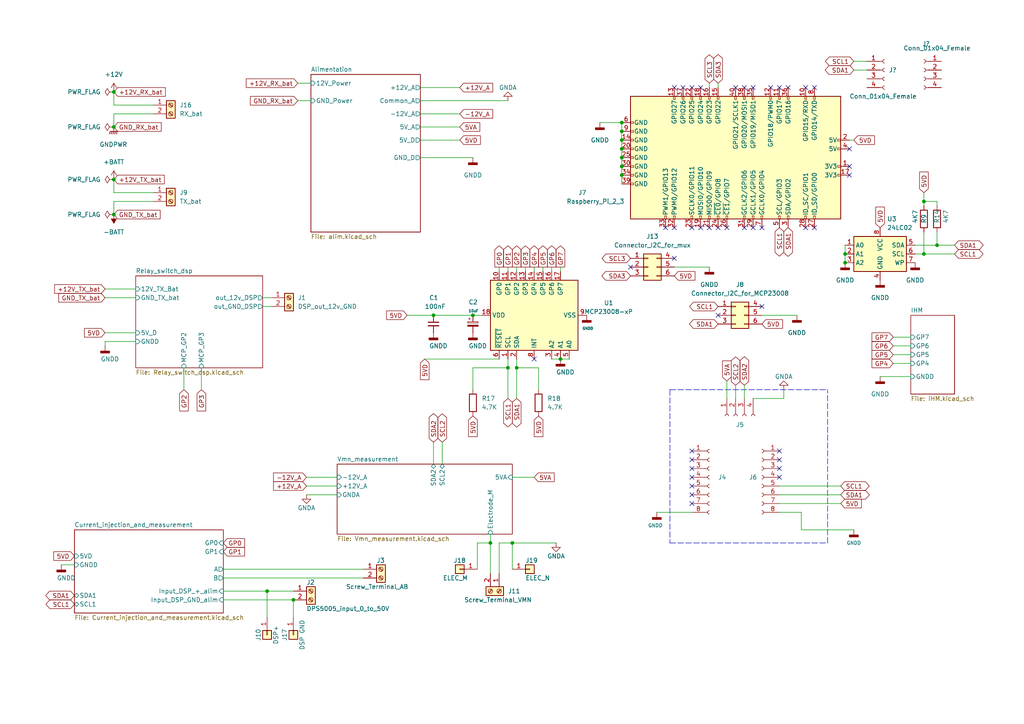
<source format=kicad_sch>
(kicad_sch (version 20211123) (generator eeschema)
  (paper "A4")
  (title_block (title "Ohmpi_measurement_board") (company "OhmPi team"))
  (lib_symbols
    (symbol "Connector:Conn_01x04_Female" (pin_names (offset 1.016) hide)
      (property "Reference" "J" (at 0 5.08 0))
      (property "Value" "Conn_01x04_Female" (at 0 -7.62 0))
      (symbol "Conn_01x04_Female_1_1"
        (arc (start 0 -4.572) (mid -0.508 -5.08) (end 0 -5.588) (stroke (width 0.1524)))
        (arc (start 0 -2.032) (mid -0.508 -2.54) (end 0 -3.048) (stroke (width 0.1524)))
        (polyline (pts (xy -1.27 -5.08) (xy -0.508 -5.08)) (stroke (width 0.1524)))
        (polyline (pts (xy -1.27 -2.54) (xy -0.508 -2.54)) (stroke (width 0.1524)))
        (polyline (pts (xy -1.27 0) (xy -0.508 0)) (stroke (width 0.1524)))
        (polyline (pts (xy -1.27 2.54) (xy -0.508 2.54)) (stroke (width 0.1524)))
        (arc (start 0 0.508) (mid -0.508 0) (end 0 -0.508) (stroke (width 0.1524)))
        (arc (start 0 3.048) (mid -0.508 2.54) (end 0 2.032) (stroke (width 0.1524)))
        (pin passive line (at -5.08 2.54 0) (length 3.81) (name "Pin_1") (number "1"))
        (pin passive line (at -5.08 0 0) (length 3.81) (name "Pin_2") (number "2"))
        (pin passive line (at -5.08 -2.54 0) (length 3.81) (name "Pin_3") (number "3"))
        (pin passive line (at -5.08 -5.08 0) (length 3.81) (name "Pin_4") (number "4"))
      )
    )
    (symbol "Connector:Conn_01x08_Female" (pin_names (offset 1.016) hide)
      (property "Reference" "J" (at 0 10.16 0))
      (property "Value" "Conn_01x08_Female" (at 0 -12.7 0))
      (symbol "Conn_01x08_Female_1_1"
        (arc (start 0 -9.652) (mid -0.508 -10.16) (end 0 -10.668) (stroke (width 0.1524)))
        (arc (start 0 -7.112) (mid -0.508 -7.62) (end 0 -8.128) (stroke (width 0.1524)))
        (arc (start 0 -4.572) (mid -0.508 -5.08) (end 0 -5.588) (stroke (width 0.1524)))
        (arc (start 0 -2.032) (mid -0.508 -2.54) (end 0 -3.048) (stroke (width 0.1524)))
        (polyline (pts (xy -1.27 -10.16) (xy -0.508 -10.16)) (stroke (width 0.1524)))
        (polyline (pts (xy -1.27 -7.62) (xy -0.508 -7.62)) (stroke (width 0.1524)))
        (polyline (pts (xy -1.27 -5.08) (xy -0.508 -5.08)) (stroke (width 0.1524)))
        (polyline (pts (xy -1.27 -2.54) (xy -0.508 -2.54)) (stroke (width 0.1524)))
        (polyline (pts (xy -1.27 0) (xy -0.508 0)) (stroke (width 0.1524)))
        (polyline (pts (xy -1.27 2.54) (xy -0.508 2.54)) (stroke (width 0.1524)))
        (polyline (pts (xy -1.27 5.08) (xy -0.508 5.08)) (stroke (width 0.1524)))
        (polyline (pts (xy -1.27 7.62) (xy -0.508 7.62)) (stroke (width 0.1524)))
        (arc (start 0 0.508) (mid -0.508 0) (end 0 -0.508) (stroke (width 0.1524)))
        (arc (start 0 3.048) (mid -0.508 2.54) (end 0 2.032) (stroke (width 0.1524)))
        (arc (start 0 5.588) (mid -0.508 5.08) (end 0 4.572) (stroke (width 0.1524)))
        (arc (start 0 8.128) (mid -0.508 7.62) (end 0 7.112) (stroke (width 0.1524)))
        (pin passive line (at -5.08 7.62 0) (length 3.81) (name "Pin_1") (number "1"))
        (pin passive line (at -5.08 5.08 0) (length 3.81) (name "Pin_2") (number "2"))
        (pin passive line (at -5.08 2.54 0) (length 3.81) (name "Pin_3") (number "3"))
        (pin passive line (at -5.08 0 0) (length 3.81) (name "Pin_4") (number "4"))
        (pin passive line (at -5.08 -2.54 0) (length 3.81) (name "Pin_5") (number "5"))
        (pin passive line (at -5.08 -5.08 0) (length 3.81) (name "Pin_6") (number "6"))
        (pin passive line (at -5.08 -7.62 0) (length 3.81) (name "Pin_7") (number "7"))
        (pin passive line (at -5.08 -10.16 0) (length 3.81) (name "Pin_8") (number "8"))
      )
    )
    (symbol "Connector:Raspberry_Pi_2_3" (pin_names (offset 1.016))
      (property "Reference" "J" (at -17.78 31.75 0))
      (property "Value" "Raspberry_Pi_2_3" (at 10.16 -31.75 0))
      (symbol "Raspberry_Pi_2_3_0_1"
        (rectangle (start -17.78 30.48) (end 17.78 -30.48) (stroke (width 0.254)) (fill (type background)))
      )
      (symbol "Raspberry_Pi_2_3_1_1"
        (rectangle (start -16.891 -17.526) (end -17.78 -18.034))
        (rectangle (start -16.891 -14.986) (end -17.78 -15.494))
        (rectangle (start -16.891 -12.446) (end -17.78 -12.954))
        (rectangle (start -16.891 -9.906) (end -17.78 -10.414))
        (rectangle (start -16.891 -7.366) (end -17.78 -7.874))
        (rectangle (start -16.891 -4.826) (end -17.78 -5.334))
        (rectangle (start -16.891 0.254) (end -17.78 -0.254))
        (rectangle (start -16.891 2.794) (end -17.78 2.286))
        (rectangle (start -16.891 5.334) (end -17.78 4.826))
        (rectangle (start -16.891 10.414) (end -17.78 9.906))
        (rectangle (start -16.891 12.954) (end -17.78 12.446))
        (rectangle (start -16.891 15.494) (end -17.78 14.986))
        (rectangle (start -16.891 20.574) (end -17.78 20.066))
        (rectangle (start -16.891 23.114) (end -17.78 22.606))
        (rectangle (start -10.414 -29.591) (end -9.906 -30.48))
        (rectangle (start -7.874 -29.591) (end -7.366 -30.48))
        (rectangle (start -5.334 -29.591) (end -4.826 -30.48))
        (rectangle (start -5.334 30.48) (end -4.826 29.591))
        (rectangle (start -2.794 -29.591) (end -2.286 -30.48))
        (rectangle (start -2.794 30.48) (end -2.286 29.591))
        (rectangle (start -0.254 -29.591) (end 0.254 -30.48))
        (rectangle (start 2.286 -29.591) (end 2.794 -30.48))
        (rectangle (start 2.286 30.48) (end 2.794 29.591))
        (rectangle (start 4.826 -29.591) (end 5.334 -30.48))
        (rectangle (start 4.826 30.48) (end 5.334 29.591))
        (rectangle (start 7.366 -29.591) (end 7.874 -30.48))
        (rectangle (start 17.78 -20.066) (end 16.891 -20.574))
        (rectangle (start 17.78 -17.526) (end 16.891 -18.034))
        (rectangle (start 17.78 -12.446) (end 16.891 -12.954))
        (rectangle (start 17.78 -9.906) (end 16.891 -10.414))
        (rectangle (start 17.78 -7.366) (end 16.891 -7.874))
        (rectangle (start 17.78 -4.826) (end 16.891 -5.334))
        (rectangle (start 17.78 -2.286) (end 16.891 -2.794))
        (rectangle (start 17.78 2.794) (end 16.891 2.286))
        (rectangle (start 17.78 5.334) (end 16.891 4.826))
        (rectangle (start 17.78 7.874) (end 16.891 7.366))
        (rectangle (start 17.78 12.954) (end 16.891 12.446))
        (rectangle (start 17.78 15.494) (end 16.891 14.986))
        (rectangle (start 17.78 20.574) (end 16.891 20.066))
        (rectangle (start 17.78 23.114) (end 16.891 22.606))
        (pin power_in line (at 2.54 33.02 270) (length 2.54) (name "3V3") (number "1"))
        (pin bidirectional line (at -20.32 20.32 0) (length 2.54) (name "GPIO15/RXD") (number "10"))
        (pin bidirectional line (at -20.32 12.7 0) (length 2.54) (name "GPIO17") (number "11"))
        (pin bidirectional line (at -20.32 10.16 0) (length 2.54) (name "GPIO18/PWM0") (number "12"))
        (pin bidirectional line (at -20.32 -17.78 0) (length 2.54) (name "GPIO27") (number "13"))
        (pin power_in line (at -5.08 -33.02 90) (length 2.54) (name "GND") (number "14"))
        (pin bidirectional line (at -20.32 -5.08 0) (length 2.54) (name "GPIO22") (number "15"))
        (pin bidirectional line (at -20.32 -7.62 0) (length 2.54) (name "GPIO23") (number "16"))
        (pin power_in line (at 5.08 33.02 270) (length 2.54) (name "3V3") (number "17"))
        (pin bidirectional line (at -20.32 -10.16 0) (length 2.54) (name "GPIO24") (number "18"))
        (pin bidirectional line (at 20.32 -10.16 180) (length 2.54) (name "MOSI0/GPIO10") (number "19"))
        (pin power_in line (at -5.08 33.02 270) (length 2.54) (name "5V") (number "2"))
        (pin power_in line (at -2.54 -33.02 90) (length 2.54) (name "GND") (number "20"))
        (pin bidirectional line (at 20.32 -7.62 180) (length 2.54) (name "MISO0/GPIO9") (number "21"))
        (pin bidirectional line (at -20.32 -12.7 0) (length 2.54) (name "GPIO25") (number "22"))
        (pin bidirectional line (at 20.32 -12.7 180) (length 2.54) (name "SCLK0/GPIO11") (number "23"))
        (pin bidirectional line (at 20.32 -5.08 180) (length 2.54) (name "~{CE0}/GPIO8") (number "24"))
        (pin power_in line (at 0 -33.02 90) (length 2.54) (name "GND") (number "25"))
        (pin bidirectional line (at 20.32 -2.54 180) (length 2.54) (name "~{CE1}/GPIO7") (number "26"))
        (pin bidirectional line (at 20.32 22.86 180) (length 2.54) (name "ID_SD/GPIO0") (number "27"))
        (pin bidirectional line (at 20.32 20.32 180) (length 2.54) (name "ID_SC/GPIO1") (number "28"))
        (pin bidirectional line (at 20.32 5.08 180) (length 2.54) (name "GCLK1/GPIO5") (number "29"))
        (pin bidirectional line (at 20.32 15.24 180) (length 2.54) (name "SDA/GPIO2") (number "3"))
        (pin power_in line (at 2.54 -33.02 90) (length 2.54) (name "GND") (number "30"))
        (pin bidirectional line (at 20.32 2.54 180) (length 2.54) (name "GCLK2/GPIO6") (number "31"))
        (pin bidirectional line (at 20.32 -17.78 180) (length 2.54) (name "PWM0/GPIO12") (number "32"))
        (pin bidirectional line (at 20.32 -20.32 180) (length 2.54) (name "PWM1/GPIO13") (number "33"))
        (pin power_in line (at 5.08 -33.02 90) (length 2.54) (name "GND") (number "34"))
        (pin bidirectional line (at -20.32 5.08 0) (length 2.54) (name "GPIO19/MISO1") (number "35"))
        (pin bidirectional line (at -20.32 15.24 0) (length 2.54) (name "GPIO16") (number "36"))
        (pin bidirectional line (at -20.32 -15.24 0) (length 2.54) (name "GPIO26") (number "37"))
        (pin bidirectional line (at -20.32 2.54 0) (length 2.54) (name "GPIO20/MOSI1") (number "38"))
        (pin power_in line (at 7.62 -33.02 90) (length 2.54) (name "GND") (number "39"))
        (pin power_in line (at -2.54 33.02 270) (length 2.54) (name "5V") (number "4"))
        (pin bidirectional line (at -20.32 0 0) (length 2.54) (name "GPIO21/SCLK1") (number "40"))
        (pin bidirectional line (at 20.32 12.7 180) (length 2.54) (name "SCL/GPIO3") (number "5"))
        (pin power_in line (at -10.16 -33.02 90) (length 2.54) (name "GND") (number "6"))
        (pin bidirectional line (at 20.32 7.62 180) (length 2.54) (name "GCLK0/GPIO4") (number "7"))
        (pin bidirectional line (at -20.32 22.86 0) (length 2.54) (name "GPIO14/TXD") (number "8"))
        (pin power_in line (at -7.62 -33.02 90) (length 2.54) (name "GND") (number "9"))
      )
    )
    (symbol "Connector:Screw_Terminal_01x02" (pin_names (offset 1.016) hide)
      (property "Reference" "J" (at 0 2.54 0))
      (property "Value" "Screw_Terminal_01x02" (at 0 -5.08 0))
      (symbol "Screw_Terminal_01x02_1_1"
        (rectangle (start -1.27 1.27) (end 1.27 -3.81) (stroke (width 0.254)) (fill (type background)))
        (circle (center 0 -2.54) (radius 0.635) (stroke (width 0.1524)))
        (polyline (pts (xy -0.5334 -2.2098) (xy 0.3302 -3.048)) (stroke (width 0.1524)))
        (polyline (pts (xy -0.5334 0.3302) (xy 0.3302 -0.508)) (stroke (width 0.1524)))
        (polyline (pts (xy -0.3556 -2.032) (xy 0.508 -2.8702)) (stroke (width 0.1524)))
        (polyline (pts (xy -0.3556 0.508) (xy 0.508 -0.3302)) (stroke (width 0.1524)))
        (circle (center 0 0) (radius 0.635) (stroke (width 0.1524)))
        (pin passive line (at -5.08 0 0) (length 3.81) (name "Pin_1") (number "1"))
        (pin passive line (at -5.08 -2.54 0) (length 3.81) (name "Pin_2") (number "2"))
      )
    )
    (symbol "Connector_Generic:Conn_01x01" (pin_names (offset 1.016) hide)
      (property "Reference" "J" (at 0 2.54 0))
      (property "Value" "Conn_01x01" (at 0 -2.54 0))
      (symbol "Conn_01x01_1_1"
        (rectangle (start -1.27 0.127) (end 0 -0.127) (stroke (width 0.1524)))
        (rectangle (start -1.27 1.27) (end 1.27 -1.27) (stroke (width 0.254)) (fill (type background)))
        (pin passive line (at -5.08 0 0) (length 3.81) (name "Pin_1") (number "1"))
      )
    )
    (symbol "Connector_Generic:Conn_02x03_Top_Bottom" (pin_names (offset 1.016) hide)
      (property "Reference" "J" (at 1.27 5.08 0))
      (property "Value" "Conn_02x03_Top_Bottom" (at 1.27 -5.08 0))
      (symbol "Conn_02x03_Top_Bottom_1_1"
        (rectangle (start -1.27 -2.413) (end 0 -2.667) (stroke (width 0.1524)))
        (rectangle (start -1.27 0.127) (end 0 -0.127) (stroke (width 0.1524)))
        (rectangle (start -1.27 2.667) (end 0 2.413) (stroke (width 0.1524)))
        (rectangle (start -1.27 3.81) (end 3.81 -3.81) (stroke (width 0.254)) (fill (type background)))
        (rectangle (start 3.81 -2.413) (end 2.54 -2.667) (stroke (width 0.1524)))
        (rectangle (start 3.81 0.127) (end 2.54 -0.127) (stroke (width 0.1524)))
        (rectangle (start 3.81 2.667) (end 2.54 2.413) (stroke (width 0.1524)))
        (pin passive line (at -5.08 2.54 0) (length 3.81) (name "Pin_1") (number "1"))
        (pin passive line (at -5.08 0 0) (length 3.81) (name "Pin_2") (number "2"))
        (pin passive line (at -5.08 -2.54 0) (length 3.81) (name "Pin_3") (number "3"))
        (pin passive line (at 7.62 2.54 180) (length 3.81) (name "Pin_4") (number "4"))
        (pin passive line (at 7.62 0 180) (length 3.81) (name "Pin_5") (number "5"))
        (pin passive line (at 7.62 -2.54 180) (length 3.81) (name "Pin_6") (number "6"))
      )
    )
    (symbol "Device:C_Polarized_Small" (pin_numbers hide) (pin_names (offset 0.254) hide)
      (property "Reference" "C" (at 0.254 1.778 0))
      (property "Value" "C_Polarized_Small" (at 0.254 -2.032 0))
      (symbol "C_Polarized_Small_0_1"
        (rectangle (start -1.524 -0.3048) (end 1.524 -0.6858) (fill (type outline)))
        (rectangle (start -1.524 0.6858) (end 1.524 0.3048))
        (polyline (pts (xy -1.27 1.524) (xy -0.762 1.524)))
        (polyline (pts (xy -1.016 1.27) (xy -1.016 1.778)))
      )
      (symbol "C_Polarized_Small_1_1"
        (pin passive line (at 0 2.54 270) (length 1.8542) (name "~") (number "1"))
        (pin passive line (at 0 -2.54 90) (length 1.8542) (name "~") (number "2"))
      )
    )
    (symbol "Device:C_Small" (pin_numbers hide) (pin_names (offset 0.254) hide)
      (property "Reference" "C" (at 0.254 1.778 0))
      (property "Value" "C_Small" (at 0.254 -2.032 0))
      (symbol "C_Small_0_1"
        (polyline (pts (xy -1.524 -0.508) (xy 1.524 -0.508)) (stroke (width 0.3302)))
        (polyline (pts (xy -1.524 0.508) (xy 1.524 0.508)) (stroke (width 0.3048)))
      )
      (symbol "C_Small_1_1"
        (pin passive line (at 0 2.54 270) (length 2.032) (name "~") (number "1"))
        (pin passive line (at 0 -2.54 90) (length 2.032) (name "~") (number "2"))
      )
    )
    (symbol "Device:R" (pin_numbers hide) (pin_names (offset 0))
      (property "Reference" "R" (at 2.032 0 90))
      (property "Value" "R" (at 0 0 90))
      (symbol "R_0_1"
        (rectangle (start -1.016 -2.54) (end 1.016 2.54) (stroke (width 0.254)))
      )
      (symbol "R_1_1"
        (pin passive line (at 0 3.81 270) (length 1.27) (name "~") (number "1"))
        (pin passive line (at 0 -3.81 90) (length 1.27) (name "~") (number "2"))
      )
    )
    (symbol "Interface_Expansion:MCP23008-xP"
      (property "Reference" "U" (at -8.89 13.97 0))
      (property "Value" "MCP23008-xP" (at 8.89 13.97 0))
      (symbol "MCP23008-xP_0_1"
        (rectangle (start -10.16 12.7) (end 10.16 -12.7) (stroke (width 0.254)) (fill (type background)))
      )
      (symbol "MCP23008-xP_1_1"
        (pin input line (at -12.7 7.62 0) (length 2.54) (name "SCL") (number "1"))
        (pin bidirectional line (at 12.7 10.16 180) (length 2.54) (name "GP0") (number "10"))
        (pin bidirectional line (at 12.7 7.62 180) (length 2.54) (name "GP1") (number "11"))
        (pin bidirectional line (at 12.7 5.08 180) (length 2.54) (name "GP2") (number "12"))
        (pin bidirectional line (at 12.7 2.54 180) (length 2.54) (name "GP3") (number "13"))
        (pin bidirectional line (at 12.7 0 180) (length 2.54) (name "GP4") (number "14"))
        (pin bidirectional line (at 12.7 -2.54 180) (length 2.54) (name "GP5") (number "15"))
        (pin bidirectional line (at 12.7 -5.08 180) (length 2.54) (name "GP6") (number "16"))
        (pin bidirectional line (at 12.7 -7.62 180) (length 2.54) (name "GP7") (number "17"))
        (pin power_in line (at 0 15.24 270) (length 2.54) (name "VDD") (number "18"))
        (pin bidirectional line (at -12.7 5.08 0) (length 2.54) (name "SDA") (number "2"))
        (pin input line (at -12.7 -5.08 0) (length 2.54) (name "A2") (number "3"))
        (pin input line (at -12.7 -7.62 0) (length 2.54) (name "A1") (number "4"))
        (pin input line (at -12.7 -10.16 0) (length 2.54) (name "A0") (number "5"))
        (pin input line (at -12.7 10.16 0) (length 2.54) (name "~{RESET}") (number "6"))
        (pin no_connect line (at -10.16 -2.54 0) (length 2.54) hide (name "NC") (number "7"))
        (pin output line (at -12.7 0 0) (length 2.54) (name "INT") (number "8"))
        (pin power_in line (at 0 -15.24 90) (length 2.54) (name "VSS") (number "9"))
      )
    )
    (symbol "Memory_EEPROM:24LC02"
      (property "Reference" "U" (at -6.35 6.35 0))
      (property "Value" "24LC02" (at 1.27 6.35 0))
      (symbol "24LC02_1_1"
        (rectangle (start -7.62 5.08) (end 7.62 -5.08) (stroke (width 0.254)) (fill (type background)))
        (pin input line (at -10.16 2.54 0) (length 2.54) (name "A0") (number "1"))
        (pin input line (at -10.16 0 0) (length 2.54) (name "A1") (number "2"))
        (pin input line (at -10.16 -2.54 0) (length 2.54) (name "A2") (number "3"))
        (pin power_in line (at 0 -7.62 90) (length 2.54) (name "GND") (number "4"))
        (pin bidirectional line (at 10.16 2.54 180) (length 2.54) (name "SDA") (number "5"))
        (pin input line (at 10.16 0 180) (length 2.54) (name "SCL") (number "6"))
        (pin input line (at 10.16 -2.54 180) (length 2.54) (name "WP") (number "7"))
        (pin power_in line (at 0 7.62 270) (length 2.54) (name "VCC") (number "8"))
      )
    )
    (symbol "power:+12V" (power) (pin_names (offset 0))
      (property "Value" "+12V" (at 0 3.556 0))
      (symbol "+12V_0_1"
        (polyline (pts (xy -0.762 1.27) (xy 0 2.54)))
        (polyline (pts (xy 0 0) (xy 0 2.54)))
        (polyline (pts (xy 0 2.54) (xy 0.762 1.27)))
      )
      (symbol "+12V_1_1"
        (pin power_in line (at 0 0 90) (length 0) hide (name "+12V") (number "1"))
      )
    )
    (symbol "power:+BATT" (power) (pin_names (offset 0))
      (property "Value" "+BATT" (at 0 3.556 0))
      (symbol "+BATT_0_1"
        (polyline (pts (xy -0.762 1.27) (xy 0 2.54)))
        (polyline (pts (xy 0 0) (xy 0 2.54)))
        (polyline (pts (xy 0 2.54) (xy 0.762 1.27)))
      )
      (symbol "+BATT_1_1"
        (pin power_in line (at 0 0 90) (length 0) hide (name "+BATT") (number "1"))
      )
    )
    (symbol "power:-BATT" (power) (pin_names (offset 0))
      (property "Value" "-BATT" (at 0 3.556 0))
      (symbol "-BATT_0_1"
        (polyline (pts (xy 0 0) (xy 0 2.54)))
        (polyline (pts (xy 0.762 1.27) (xy -0.762 1.27) (xy 0 2.54) (xy 0.762 1.27)) (fill (type outline)))
      )
      (symbol "-BATT_1_1"
        (pin power_in line (at 0 0 90) (length 0) hide (name "-BATT") (number "1"))
      )
    )
    (symbol "power:GNDA" (power) (pin_names (offset 0))
      (property "Value" "GNDA" (at 0 -3.81 0))
      (symbol "GNDA_0_1"
        (polyline (pts (xy 0 0) (xy 0 -1.27) (xy 1.27 -1.27) (xy 0 -2.54) (xy -1.27 -1.27) (xy 0 -1.27)))
      )
      (symbol "GNDA_1_1"
        (pin power_in line (at 0 0 270) (length 0) hide (name "GNDA") (number "1"))
      )
    )
    (symbol "power:GNDD" (power) (pin_names (offset 0))
      (property "Value" "GNDD" (at 0 -3.175 0))
      (symbol "GNDD_0_1"
        (rectangle (start -1.27 -1.524) (end 1.27 -2.032) (stroke (width 0.254)) (fill (type outline)))
        (polyline (pts (xy 0 0) (xy 0 -1.524)))
      )
      (symbol "GNDD_1_1"
        (pin power_in line (at 0 0 270) (length 0) hide (name "GNDD") (number "1"))
      )
    )
    (symbol "power:GNDPWR" (power) (pin_names (offset 0))
      (property "Value" "GNDPWR" (at 0 -3.302 0))
      (symbol "GNDPWR_0_1"
        (polyline (pts (xy 0 -1.27) (xy 0 0)))
        (polyline (pts (xy -1.016 -1.27) (xy -1.27 -2.032) (xy -1.27 -2.032)) (stroke (width 0.2032)))
        (polyline (pts (xy -0.508 -1.27) (xy -0.762 -2.032) (xy -0.762 -2.032)) (stroke (width 0.2032)))
        (polyline (pts (xy 0 -1.27) (xy -0.254 -2.032) (xy -0.254 -2.032)) (stroke (width 0.2032)))
        (polyline (pts (xy 0.508 -1.27) (xy 0.254 -2.032) (xy 0.254 -2.032)) (stroke (width 0.2032)))
        (polyline (pts (xy 1.016 -1.27) (xy -1.016 -1.27) (xy -1.016 -1.27)) (stroke (width 0.2032)))
        (polyline (pts (xy 1.016 -1.27) (xy 0.762 -2.032) (xy 0.762 -2.032) (xy 0.762 -2.032)) (stroke (width 0.2032)))
      )
      (symbol "GNDPWR_1_1"
        (pin power_in line (at 0 0 270) (length 0) hide (name "GNDPWR") (number "1"))
      )
    )
    (symbol "power:PWR_FLAG" (power) (pin_numbers hide) (pin_names (offset 0) hide)
      (property "Value" "PWR_FLAG" (at 0 3.81 0))
      (symbol "PWR_FLAG_0_0"
        (pin power_out line (at 0 0 90) (length 0) (name "pwr") (number "1"))
      )
      (symbol "PWR_FLAG_0_1"
        (polyline (pts (xy 0 0) (xy 0 1.27) (xy -1.016 1.905) (xy 0 2.54) (xy 1.016 1.905) (xy 0 1.27)))
      )
    )
  )
  (junction (at 180.34 45.72))
  (junction (at 149.86 106.68))
  (junction (at 271.78 71.12))
  (junction (at 85.09 173.99))
  (junction (at 125.73 91.44))
  (junction (at 245.11 76.2))
  (junction (at 148.59 157.48))
  (junction (at 180.34 40.64))
  (junction (at 137.16 91.44))
  (junction (at 33.02 52.07))
  (junction (at 180.34 38.1))
  (junction (at 245.11 73.66))
  (junction (at 33.02 36.83))
  (junction (at 180.34 48.26))
  (junction (at 162.56 104.14))
  (junction (at 33.02 26.67))
  (junction (at 267.97 58.42))
  (junction (at 77.47 171.45))
  (junction (at 267.97 73.66))
  (junction (at 180.34 50.8))
  (junction (at 180.34 35.56))
  (junction (at 33.02 62.23))
  (junction (at 180.34 43.18))
  (junction (at 142.24 157.48))
  (junction (at 147.32 106.68))
  (no_connect (at 200.66 140.97))
  (no_connect (at 200.66 135.89))
  (no_connect (at 200.66 138.43))
  (no_connect (at 200.66 130.81))
  (no_connect (at 200.66 133.35))
  (no_connect (at 200.66 143.51))
  (no_connect (at 200.66 146.05))
  (no_connect (at 154.94 104.14))
  (no_connect (at 246.38 48.26))
  (no_connect (at 246.38 50.8))
  (no_connect (at 246.38 43.18))
  (no_connect (at 182.88 77.47))
  (no_connect (at 195.58 74.93))
  (no_connect (at 220.98 88.9))
  (no_connect (at 208.28 91.44))
  (no_connect (at 226.06 138.43))
  (no_connect (at 226.06 130.81))
  (no_connect (at 226.06 133.35))
  (no_connect (at 226.06 135.89))
  (no_connect (at 223.52 25.4))
  (no_connect (at 226.06 25.4))
  (no_connect (at 228.6 25.4))
  (no_connect (at 233.68 25.4))
  (no_connect (at 236.22 25.4))
  (no_connect (at 195.58 25.4))
  (no_connect (at 198.12 25.4))
  (no_connect (at 200.66 25.4))
  (no_connect (at 203.2 25.4))
  (no_connect (at 213.36 25.4))
  (no_connect (at 215.9 25.4))
  (no_connect (at 218.44 25.4))
  (no_connect (at 233.68 66.04))
  (no_connect (at 236.22 66.04))
  (no_connect (at 210.82 66.04))
  (no_connect (at 215.9 66.04))
  (no_connect (at 218.44 66.04))
  (no_connect (at 220.98 66.04))
  (no_connect (at 200.66 66.04))
  (no_connect (at 203.2 66.04))
  (no_connect (at 205.74 66.04))
  (no_connect (at 208.28 66.04))
  (no_connect (at 195.58 66.04))
  (no_connect (at 193.04 66.04))
  (wire (pts (xy 271.78 71.12) (xy 265.43 71.12)))
  (wire (pts (xy 138.43 157.48) (xy 138.43 165.1)))
  (wire (pts (xy 44.45 58.42) (xy 33.02 58.42)))
  (wire (pts (xy 208.28 24.13) (xy 208.28 25.4)))
  (wire (pts (xy 33.02 55.88) (xy 33.02 52.07)))
  (wire (pts (xy 121.92 40.64) (xy 133.35 40.64)))
  (wire (pts (xy 276.86 73.66) (xy 267.97 73.66)))
  (wire (pts (xy 148.59 157.48) (xy 144.78 157.48)))
  (wire (pts (xy 147.32 106.68) (xy 147.32 104.14)))
  (wire (pts (xy 33.02 58.42) (xy 33.02 62.23)))
  (wire (pts (xy 53.34 106.68) (xy 53.34 113.03)))
  (wire (pts (xy 276.86 71.12) (xy 271.78 71.12)))
  (wire (pts (xy 44.45 30.48) (xy 33.02 30.48)))
  (polyline (pts (xy 194.31 157.48) (xy 240.03 157.48)))
  (wire (pts (xy 64.77 171.45) (xy 77.47 171.45)))
  (polyline (pts (xy 194.31 113.03) (xy 240.03 113.03)))
  (wire (pts (xy 30.48 99.06) (xy 30.48 100.33)))
  (wire (pts (xy 220.98 91.44) (xy 231.14 91.44)))
  (wire (pts (xy 245.11 73.66) (xy 245.11 76.2)))
  (wire (pts (xy 162.56 104.14) (xy 165.1 104.14)))
  (wire (pts (xy 247.65 153.67) (xy 232.41 153.67)))
  (wire (pts (xy 144.78 77.47) (xy 144.78 78.74)))
  (wire (pts (xy 88.9 138.43) (xy 97.79 138.43)))
  (wire (pts (xy 190.5 148.59) (xy 200.66 148.59)))
  (wire (pts (xy 180.34 50.8) (xy 180.34 53.34)))
  (wire (pts (xy 30.48 96.52) (xy 39.37 96.52)))
  (wire (pts (xy 267.97 58.42) (xy 271.78 58.42)))
  (wire (pts (xy 226.06 146.05) (xy 243.84 146.05)))
  (wire (pts (xy 33.02 30.48) (xy 33.02 26.67)))
  (wire (pts (xy 247.65 40.64) (xy 246.38 40.64)))
  (wire (pts (xy 271.78 67.31) (xy 271.78 71.12)))
  (wire (pts (xy 64.77 165.1) (xy 105.41 165.1)))
  (wire (pts (xy 121.92 36.83) (xy 133.35 36.83)))
  (wire (pts (xy 247.65 20.32) (xy 251.46 20.32)))
  (wire (pts (xy 86.36 24.13) (xy 90.17 24.13)))
  (polyline (pts (xy 240.03 157.48) (xy 240.03 113.03)))
  (wire (pts (xy 156.21 113.03) (xy 156.21 106.68)))
  (wire (pts (xy 160.02 77.47) (xy 160.02 78.74)))
  (wire (pts (xy 147.32 77.47) (xy 147.32 78.74)))
  (wire (pts (xy 271.78 58.42) (xy 271.78 59.69)))
  (wire (pts (xy 121.92 45.72) (xy 137.16 45.72)))
  (wire (pts (xy 77.47 171.45) (xy 77.47 179.07)))
  (wire (pts (xy 173.99 35.56) (xy 180.34 35.56)))
  (wire (pts (xy 118.11 91.44) (xy 125.73 91.44)))
  (wire (pts (xy 245.11 71.12) (xy 245.11 73.66)))
  (wire (pts (xy 259.08 102.87) (xy 264.16 102.87)))
  (wire (pts (xy 154.94 77.47) (xy 154.94 78.74)))
  (wire (pts (xy 39.37 99.06) (xy 30.48 99.06)))
  (wire (pts (xy 180.34 45.72) (xy 180.34 48.26)))
  (wire (pts (xy 137.16 106.68) (xy 147.32 106.68)))
  (wire (pts (xy 30.48 86.36) (xy 39.37 86.36)))
  (wire (pts (xy 226.06 140.97) (xy 243.84 140.97)))
  (wire (pts (xy 88.9 140.97) (xy 97.79 140.97)))
  (wire (pts (xy 157.48 77.47) (xy 157.48 78.74)))
  (wire (pts (xy 226.06 143.51) (xy 243.84 143.51)))
  (wire (pts (xy 85.09 173.99) (xy 85.09 179.07)))
  (wire (pts (xy 148.59 138.43) (xy 154.94 138.43)))
  (wire (pts (xy 30.48 83.82) (xy 39.37 83.82)))
  (wire (pts (xy 128.27 128.27) (xy 128.27 134.62)))
  (wire (pts (xy 121.92 25.4) (xy 133.35 25.4)))
  (wire (pts (xy 148.59 157.48) (xy 148.59 165.1)))
  (wire (pts (xy 180.34 35.56) (xy 180.34 38.1)))
  (wire (pts (xy 125.73 128.27) (xy 125.73 134.62)))
  (wire (pts (xy 213.36 111.76) (xy 213.36 115.57)))
  (wire (pts (xy 123.19 104.14) (xy 144.78 104.14)))
  (wire (pts (xy 64.77 173.99) (xy 85.09 173.99)))
  (wire (pts (xy 218.44 115.57) (xy 227.33 115.57)))
  (wire (pts (xy 147.32 115.57) (xy 147.32 106.68)))
  (wire (pts (xy 267.97 55.88) (xy 267.97 58.42)))
  (wire (pts (xy 267.97 67.31) (xy 267.97 73.66)))
  (wire (pts (xy 259.08 97.79) (xy 264.16 97.79)))
  (wire (pts (xy 121.92 29.21) (xy 147.32 29.21)))
  (wire (pts (xy 44.45 33.02) (xy 33.02 33.02)))
  (wire (pts (xy 180.34 38.1) (xy 180.34 40.64)))
  (wire (pts (xy 149.86 115.57) (xy 149.86 106.68)))
  (wire (pts (xy 259.08 100.33) (xy 264.16 100.33)))
  (wire (pts (xy 162.56 77.47) (xy 162.56 78.74)))
  (wire (pts (xy 76.2 88.9) (xy 78.74 88.9)))
  (wire (pts (xy 161.29 157.48) (xy 148.59 157.48)))
  (wire (pts (xy 64.77 167.64) (xy 105.41 167.64)))
  (wire (pts (xy 142.24 157.48) (xy 142.24 166.37)))
  (wire (pts (xy 137.16 113.03) (xy 137.16 106.68)))
  (wire (pts (xy 255.27 109.22) (xy 264.16 109.22)))
  (wire (pts (xy 267.97 73.66) (xy 265.43 73.66)))
  (wire (pts (xy 259.08 105.41) (xy 264.16 105.41)))
  (wire (pts (xy 210.82 110.49) (xy 210.82 115.57)))
  (wire (pts (xy 180.34 43.18) (xy 180.34 45.72)))
  (wire (pts (xy 226.06 148.59) (xy 232.41 148.59)))
  (wire (pts (xy 180.34 48.26) (xy 180.34 50.8)))
  (wire (pts (xy 44.45 55.88) (xy 33.02 55.88)))
  (wire (pts (xy 149.86 106.68) (xy 149.86 104.14)))
  (wire (pts (xy 86.36 29.21) (xy 90.17 29.21)))
  (wire (pts (xy 142.24 154.94) (xy 142.24 157.48)))
  (wire (pts (xy 77.47 171.45) (xy 85.09 171.45)))
  (wire (pts (xy 227.33 115.57) (xy 227.33 113.03)))
  (wire (pts (xy 144.78 157.48) (xy 144.78 166.37)))
  (wire (pts (xy 149.86 77.47) (xy 149.86 78.74)))
  (wire (pts (xy 137.16 91.44) (xy 139.7 91.44)))
  (wire (pts (xy 152.4 77.47) (xy 152.4 78.74)))
  (wire (pts (xy 180.34 40.64) (xy 180.34 43.18)))
  (wire (pts (xy 17.78 163.83) (xy 21.59 163.83)))
  (wire (pts (xy 267.97 59.69) (xy 267.97 58.42)))
  (wire (pts (xy 205.74 24.13) (xy 205.74 25.4)))
  (wire (pts (xy 125.73 91.44) (xy 137.16 91.44)))
  (wire (pts (xy 215.9 111.76) (xy 215.9 115.57)))
  (wire (pts (xy 160.02 104.14) (xy 162.56 104.14)))
  (wire (pts (xy 33.02 33.02) (xy 33.02 36.83)))
  (wire (pts (xy 247.65 17.78) (xy 251.46 17.78)))
  (wire (pts (xy 142.24 157.48) (xy 138.43 157.48)))
  (wire (pts (xy 121.92 33.02) (xy 133.35 33.02)))
  (wire (pts (xy 76.2 86.36) (xy 78.74 86.36)))
  (polyline (pts (xy 194.31 113.03) (xy 194.31 157.48)))
  (wire (pts (xy 195.58 77.47) (xy 205.74 77.47)))
  (wire (pts (xy 232.41 153.67) (xy 232.41 148.59)))
  (wire (pts (xy 58.42 106.68) (xy 58.42 113.03)))
  (wire (pts (xy 88.9 143.51) (xy 97.79 143.51)))
  (wire (pts (xy 156.21 106.68) (xy 149.86 106.68)))
  (global_label "GP7" (shape input) (at 259.08 97.79 180) (property "Intersheet References" "${INTERSHEET_REFS}" (effects hide)))
  (global_label "SCL1" (shape bidirectional) (at 21.59 175.26 180) (property "Intersheet References" "${INTERSHEET_REFS}" (effects hide)))
  (global_label "5VA" (shape input) (at 133.35 36.83 0) (property "Intersheet References" "${INTERSHEET_REFS}" (effects hide)))
  (global_label "SDA3" (shape bidirectional) (at 208.28 24.13 90) (property "Intersheet References" "${INTERSHEET_REFS}" (effects hide)))
  (global_label "5VA" (shape input) (at 210.82 110.49 90) (property "Intersheet References" "${INTERSHEET_REFS}" (effects hide)))
  (global_label "5VD" (shape input) (at 156.21 120.65 270) (property "Intersheet References" "${INTERSHEET_REFS}" (effects hide)))
  (global_label "GP4" (shape input) (at 259.08 105.41 180) (property "Intersheet References" "${INTERSHEET_REFS}" (effects hide)))
  (global_label "SDA1" (shape bidirectional) (at 149.86 115.57 270) (property "Intersheet References" "${INTERSHEET_REFS}" (effects hide)))
  (global_label "GND_RX_bat" (shape input) (at 33.02 36.83 0) (property "Intersheet References" "${INTERSHEET_REFS}" (effects hide)))
  (global_label "SCL2" (shape bidirectional) (at 213.36 111.76 90) (property "Intersheet References" "${INTERSHEET_REFS}" (effects hide)))
  (global_label "GP3" (shape input) (at 58.42 113.03 270) (property "Intersheet References" "${INTERSHEET_REFS}" (effects hide)))
  (global_label "-12V_A" (shape input) (at 133.35 33.02 0) (property "Intersheet References" "${INTERSHEET_REFS}" (effects hide)))
  (global_label "GND_TX_bat" (shape input) (at 33.02 62.23 0) (property "Intersheet References" "${INTERSHEET_REFS}" (effects hide)))
  (global_label "SCL2" (shape bidirectional) (at 128.27 128.27 90) (property "Intersheet References" "${INTERSHEET_REFS}" (effects hide)))
  (global_label "GND_RX_bat" (shape input) (at 86.36 29.21 180) (property "Intersheet References" "${INTERSHEET_REFS}" (effects hide)))
  (global_label "SDA1" (shape bidirectional) (at 21.59 172.72 180) (property "Intersheet References" "${INTERSHEET_REFS}" (effects hide)))
  (global_label "SDA1" (shape bidirectional) (at 228.6 66.04 270) (property "Intersheet References" "${INTERSHEET_REFS}" (effects hide)))
  (global_label "SDA2" (shape bidirectional) (at 215.9 111.76 90) (property "Intersheet References" "${INTERSHEET_REFS}" (effects hide)))
  (global_label "5VD" (shape input) (at 247.65 40.64 0) (property "Intersheet References" "${INTERSHEET_REFS}" (effects hide)))
  (global_label "GND_TX_bat" (shape input) (at 30.48 86.36 180) (property "Intersheet References" "${INTERSHEET_REFS}" (effects hide)))
  (global_label "5VD" (shape input) (at 220.98 93.98 0) (property "Intersheet References" "${INTERSHEET_REFS}" (effects hide)))
  (global_label "GP3" (shape output) (at 152.4 77.47 90) (property "Intersheet References" "${INTERSHEET_REFS}" (effects hide)))
  (global_label "5VD" (shape input) (at 30.48 96.52 180) (property "Intersheet References" "${INTERSHEET_REFS}" (effects hide)))
  (global_label "5VD" (shape input) (at 137.16 120.65 270) (property "Intersheet References" "${INTERSHEET_REFS}" (effects hide)))
  (global_label "GP1" (shape input) (at 64.77 160.02 0) (property "Intersheet References" "${INTERSHEET_REFS}" (effects hide)))
  (global_label "5VD" (shape input) (at 255.27 66.04 90) (property "Intersheet References" "${INTERSHEET_REFS}" (effects hide)))
  (global_label "+12V_TX_bat" (shape input) (at 33.02 52.07 0) (property "Intersheet References" "${INTERSHEET_REFS}" (effects hide)))
  (global_label "GP5" (shape output) (at 157.48 77.47 90) (property "Intersheet References" "${INTERSHEET_REFS}" (effects hide)))
  (global_label "5VD" (shape input) (at 243.84 146.05 0) (property "Intersheet References" "${INTERSHEET_REFS}" (effects hide)))
  (global_label "SCL1" (shape bidirectional) (at 226.06 66.04 270) (property "Intersheet References" "${INTERSHEET_REFS}" (effects hide)))
  (global_label "SCL1" (shape bidirectional) (at 208.28 88.9 180) (property "Intersheet References" "${INTERSHEET_REFS}" (effects hide)))
  (global_label "GP6" (shape input) (at 259.08 100.33 180) (property "Intersheet References" "${INTERSHEET_REFS}" (effects hide)))
  (global_label "GP2" (shape output) (at 149.86 77.47 90) (property "Intersheet References" "${INTERSHEET_REFS}" (effects hide)))
  (global_label "5VD" (shape input) (at 267.97 55.88 90) (property "Intersheet References" "${INTERSHEET_REFS}" (effects hide)))
  (global_label "GP7" (shape output) (at 162.56 77.47 90) (property "Intersheet References" "${INTERSHEET_REFS}" (effects hide)))
  (global_label "GP5" (shape input) (at 259.08 102.87 180) (property "Intersheet References" "${INTERSHEET_REFS}" (effects hide)))
  (global_label "SCL1" (shape bidirectional) (at 247.65 17.78 180) (property "Intersheet References" "${INTERSHEET_REFS}" (effects hide)))
  (global_label "GP0" (shape input) (at 64.77 157.48 0) (property "Intersheet References" "${INTERSHEET_REFS}" (effects hide)))
  (global_label "GP0" (shape output) (at 144.78 77.47 90) (property "Intersheet References" "${INTERSHEET_REFS}" (effects hide)))
  (global_label "SDA3" (shape bidirectional) (at 182.88 80.01 180) (property "Intersheet References" "${INTERSHEET_REFS}" (effects hide)))
  (global_label "SCL3" (shape bidirectional) (at 205.74 24.13 90) (property "Intersheet References" "${INTERSHEET_REFS}" (effects hide)))
  (global_label "5VA" (shape input) (at 154.94 138.43 0) (property "Intersheet References" "${INTERSHEET_REFS}" (effects hide)))
  (global_label "5VD" (shape input) (at 123.19 104.14 270) (property "Intersheet References" "${INTERSHEET_REFS}" (effects hide)))
  (global_label "GP6" (shape output) (at 160.02 77.47 90) (property "Intersheet References" "${INTERSHEET_REFS}" (effects hide)))
  (global_label "+12V_RX_bat" (shape input) (at 33.02 26.67 0) (property "Intersheet References" "${INTERSHEET_REFS}" (effects hide)))
  (global_label "SDA2" (shape bidirectional) (at 125.73 128.27 90) (property "Intersheet References" "${INTERSHEET_REFS}" (effects hide)))
  (global_label "5VD" (shape input) (at 133.35 40.64 0) (property "Intersheet References" "${INTERSHEET_REFS}" (effects hide)))
  (global_label "SCL1" (shape bidirectional) (at 243.84 140.97 0) (property "Intersheet References" "${INTERSHEET_REFS}" (effects hide)))
  (global_label "SDA1" (shape bidirectional) (at 208.28 93.98 180) (property "Intersheet References" "${INTERSHEET_REFS}" (effects hide)))
  (global_label "5VD" (shape input) (at 118.11 91.44 180) (property "Intersheet References" "${INTERSHEET_REFS}" (effects hide)))
  (global_label "+12V_A" (shape input) (at 133.35 25.4 0) (property "Intersheet References" "${INTERSHEET_REFS}" (effects hide)))
  (global_label "SDA1" (shape bidirectional) (at 243.84 143.51 0) (property "Intersheet References" "${INTERSHEET_REFS}" (effects hide)))
  (global_label "+12V_A" (shape input) (at 88.9 140.97 180) (property "Intersheet References" "${INTERSHEET_REFS}" (effects hide)))
  (global_label "GP4" (shape output) (at 154.94 77.47 90) (property "Intersheet References" "${INTERSHEET_REFS}" (effects hide)))
  (global_label "5VD" (shape input) (at 21.59 161.29 180) (property "Intersheet References" "${INTERSHEET_REFS}" (effects hide)))
  (global_label "5VD" (shape input) (at 195.58 80.01 0) (property "Intersheet References" "${INTERSHEET_REFS}" (effects hide)))
  (global_label "-12V_A" (shape input) (at 88.9 138.43 180) (property "Intersheet References" "${INTERSHEET_REFS}" (effects hide)))
  (global_label "+12V_TX_bat" (shape input) (at 30.48 83.82 180) (property "Intersheet References" "${INTERSHEET_REFS}" (effects hide)))
  (global_label "SCL3" (shape bidirectional) (at 182.88 74.93 180) (property "Intersheet References" "${INTERSHEET_REFS}" (effects hide)))
  (global_label "SDA1" (shape bidirectional) (at 276.86 71.12 0) (property "Intersheet References" "${INTERSHEET_REFS}" (effects hide)))
  (global_label "SCL1" (shape bidirectional) (at 147.32 115.57 270) (property "Intersheet References" "${INTERSHEET_REFS}" (effects hide)))
  (global_label "GP2" (shape input) (at 53.34 113.03 270) (property "Intersheet References" "${INTERSHEET_REFS}" (effects hide)))
  (global_label "+12V_RX_bat" (shape input) (at 86.36 24.13 180) (property "Intersheet References" "${INTERSHEET_REFS}" (effects hide)))
  (global_label "SDA1" (shape bidirectional) (at 247.65 20.32 180) (property "Intersheet References" "${INTERSHEET_REFS}" (effects hide)))
  (global_label "SCL1" (shape bidirectional) (at 276.86 73.66 0) (property "Intersheet References" "${INTERSHEET_REFS}" (effects hide)))
  (global_label "GP1" (shape output) (at 147.32 77.47 90) (property "Intersheet References" "${INTERSHEET_REFS}" (effects hide)))
  (symbol (lib_id "Connector:Screw_Terminal_01x02") (at 110.49 165.1 0) (unit 1)
    (property "Reference" "J3" (at 109.2199 162.56 0) (effects (justify left)))
    (property "Value" "Screw_Terminal_AB" (at 100.33 170.18 0) (effects (justify left)))
    (property "Footprint" "TerminalBlock_Phoenix:TerminalBlock_Phoenix_MKDS-1,5-2-5.08_1x02_P5.08mm_Horizontal" (effects hide))
  )
  (symbol (lib_id "power:GNDD") (at 125.73 96.52 0) (unit 1)
    (property "Reference" "#PWR0103" (effects hide))
    (property "Value" "GNDD" (at 124.46 100.33 0) (effects (justify left)))
  )
  (symbol (lib_id "power:GNDD") (at 162.56 104.14 0) (unit 1)
    (property "Reference" "#PWR05" (effects hide))
    (property "Value" "GNDD" (at 161.29 107.95 0) (effects (justify left)))
  )
  (symbol (lib_id "Device:C_Polarized_Small") (at 137.16 93.98 0) (unit 1)
    (property "Reference" "C2" (at 135.89 87.63 0) (effects (justify left)))
    (property "Value" "10uF" (at 135.89 90.17 0) (effects (font (size 0.75 0.75)) (justify left)))
    (property "Footprint" "Capacitor_THT:CP_Radial_D6.3mm_P2.50mm" (effects hide))
  )
  (symbol (lib_id "power:GNDD") (at 173.99 35.56 0) (unit 1)
    (property "Reference" "#PWR028" (effects hide))
    (property "Value" "GNDD" (at 173.99 40.64 0))
  )
  (symbol (lib_id "Connector:Conn_01x04_Female") (at 267.97 20.32 0) (mirror y) (unit 1)
    (property "Reference" "J?" (at 268.605 12.7 0))
    (property "Value" "Conn_01x04_Female" (at 271.78 13.97 0))
  )
  (symbol (lib_id "Device:R") (at 137.16 116.84 0) (unit 1)
    (property "Reference" "R17" (at 139.7 115.5699 0) (effects (justify left)))
    (property "Value" "4.7K" (at 139.7 118.1099 0) (effects (justify left)))
    (property "Footprint" "Resistor_THT:R_Axial_DIN0207_L6.3mm_D2.5mm_P7.62mm_Horizontal" (effects hide))
  )
  (symbol (lib_id "power:GNDD") (at 231.14 91.44 0) (unit 1)
    (property "Reference" "#PWR031" (effects hide))
    (property "Value" "GNDD" (at 231.14 96.52 0))
  )
  (symbol (lib_id "Device:R") (at 271.78 63.5 0) (unit 1)
    (property "Reference" "R14" (at 271.78 64.77 90) (effects (justify left)))
    (property "Value" "4K7" (at 274.32 64.77 90) (effects (justify left)))
    (property "Footprint" "Resistor_THT:R_Axial_DIN0204_L3.6mm_D1.6mm_P7.62mm_Horizontal" (effects hide))
  )
  (symbol (lib_id "Connector:Conn_01x08_Female") (at 205.74 138.43 0) (unit 1)
    (property "Reference" "J4" (at 208.28 138.43 0) (effects (justify left)))
    (property "Value" "Conn_01x08_Female" (effects hide))
    (property "Footprint" "Connector_PinHeader_2.54mm:PinHeader_1x08_P2.54mm_Vertical" (effects hide))
  )
  (symbol (lib_id "power:GNDD") (at 265.43 76.2 0) (unit 1)
    (property "Reference" "#PWR0108" (effects hide))
    (property "Value" "GNDD" (at 265.43 81.28 0))
  )
  (symbol (lib_id "power:+BATT") (at 33.02 52.07 0) (unit 1)
    (property "Reference" "#PWR0101" (effects hide))
    (property "Value" "+BATT" (at 33.02 46.99 0))
  )
  (symbol (lib_id "Connector_Generic:Conn_01x01") (at 85.09 184.15 270) (unit 1)
    (property "Reference" "J17" (at 82.55 184.15 0))
    (property "Value" "DSP GND" (at 87.63 184.15 0))
    (property "Footprint" "Connector_PinHeader_2.54mm:PinHeader_1x01_P2.54mm_Vertical" (effects hide))
  )
  (symbol (lib_id "Connector_Generic:Conn_02x03_Top_Bottom") (at 213.36 91.44 0) (unit 1)
    (property "Reference" "J8" (at 214.63 82.55 0))
    (property "Value" "Connector_I2C_for_MCP23008" (at 214.63 85.09 0))
    (property "Footprint" "Connector_IDC:IDC-Header_2x03_P2.54mm_Vertical" (effects hide))
  )
  (symbol (lib_id "power:GNDA") (at 88.9 143.51 0) (unit 1)
    (property "Reference" "#PWR010" (effects hide))
    (property "Value" "GNDA" (at 88.9 147.32 0))
  )
  (symbol (lib_id "power:GNDD") (at 245.11 76.2 0) (unit 1)
    (property "Reference" "#PWR0107" (effects hide))
    (property "Value" "GNDD" (at 245.11 81.28 0))
  )
  (symbol (lib_id "power:PWR_FLAG") (at 33.02 62.23 90) (unit 1)
    (property "Reference" "#FLG02" (effects hide))
    (property "Value" "PWR_FLAG" (at 29.21 62.2299 90) (effects (justify left)))
  )
  (symbol (lib_id "Connector:Screw_Terminal_01x02") (at 49.53 55.88 0) (unit 1)
    (property "Reference" "J9" (at 52.07 55.8799 0) (effects (justify left)))
    (property "Value" "TX_bat" (at 52.07 58.4199 0) (effects (justify left)))
    (property "Footprint" "TerminalBlock_Phoenix:TerminalBlock_Phoenix_MKDS-1,5-2-5.08_1x02_P5.08mm_Horizontal" (effects hide))
  )
  (symbol (lib_id "power:GNDD") (at 137.16 45.72 0) (unit 1)
    (property "Reference" "#PWR03" (effects hide))
    (property "Value" "GNDD" (at 137.16 50.8 0))
  )
  (symbol (lib_id "Device:C_Small") (at 125.73 93.98 0) (unit 1)
    (property "Reference" "C1" (at 124.46 86.36 0) (effects (justify left)))
    (property "Value" "100nF" (at 123.19 88.9 0) (effects (justify left)))
    (property "Footprint" "Capacitor_THT:C_Disc_D8.0mm_W2.5mm_P5.00mm" (effects hide))
  )
  (symbol (lib_id "power:GNDA") (at 161.29 157.48 0) (unit 1)
    (property "Reference" "#PWR01" (effects hide))
    (property "Value" "GNDA" (at 161.29 161.29 0))
  )
  (symbol (lib_id "power:GNDD") (at 205.74 77.47 0) (unit 1)
    (property "Reference" "#PWR0109" (effects hide))
    (property "Value" "GNDD" (at 205.74 82.55 0))
  )
  (symbol (lib_id "power:-BATT") (at 33.02 62.23 180) (unit 1)
    (property "Reference" "#PWR0102" (effects hide))
    (property "Value" "-BATT" (at 33.02 67.31 0))
  )
  (symbol (lib_id "power:GNDA") (at 147.32 29.21 180) (unit 1)
    (property "Reference" "#PWR04" (effects hide))
    (property "Value" "GNDA" (at 147.32 25.4 0))
  )
  (symbol (lib_id "power:GNDD") (at 170.18 91.44 0) (unit 1)
    (property "Reference" "#PWR06" (effects hide))
    (property "Value" "GNDD" (at 168.91 95.25 0) (effects (font (size 0.75 0.75)) (justify left)))
  )
  (symbol (lib_id "power:GNDD") (at 137.16 96.52 0) (unit 1)
    (property "Reference" "#PWR0104" (effects hide))
    (property "Value" "GNDD" (at 135.89 100.33 0) (effects (justify left)))
  )
  (symbol (lib_id "Connector:Screw_Terminal_01x02") (at 49.53 30.48 0) (unit 1)
    (property "Reference" "J16" (at 52.07 30.4799 0) (effects (justify left)))
    (property "Value" "RX_bat" (at 52.07 33.0199 0) (effects (justify left)))
    (property "Footprint" "TerminalBlock_Phoenix:TerminalBlock_Phoenix_MKDS-1,5-2-5.08_1x02_P5.08mm_Horizontal" (effects hide))
  )
  (symbol (lib_id "power:GNDD") (at 190.5 148.59 0) (unit 1)
    (property "Reference" "#PWR027" (effects hide))
    (property "Value" "GNDD" (at 187.96 152.4 0) (effects (font (size 1 1)) (justify left)))
  )
  (symbol (lib_id "power:GNDD") (at 247.65 153.67 0) (unit 1)
    (property "Reference" "#PWR030" (effects hide))
    (property "Value" "GNDD" (at 247.65 157.48 0) (effects (font (size 1 1))))
  )
  (symbol (lib_id "power:GNDA") (at 227.33 113.03 180) (unit 1)
    (property "Reference" "#PWR029" (effects hide))
    (property "Value" "GNDA" (at 227.33 109.22 0))
  )
  (symbol (lib_id "Connector:Raspberry_Pi_2_3") (at 213.36 45.72 270) (unit 1)
    (property "Reference" "J7" (at 168.91 55.88 90))
    (property "Value" "Raspberry_Pi_2_3" (at 172.72 58.42 90))
    (property "Footprint" "Connector_PinSocket_2.54mm:PinSocket_2x20_P2.54mm_Vertical" (effects hide))
    (property "Datasheet" "https://www.raspberrypi.org/documentation/hardware/raspberrypi/schematics/rpi_SCH_3bplus_1p0_reduced.pdf" (effects hide))
  )
  (symbol (lib_id "power:PWR_FLAG") (at 33.02 26.67 90) (unit 1)
    (property "Reference" "#FLG_TX01" (effects hide))
    (property "Value" "PWR_FLAG" (at 29.21 26.6699 90) (effects (justify left)))
  )
  (symbol (lib_id "Connector:Screw_Terminal_01x02") (at 90.17 171.45 0) (unit 1)
    (property "Reference" "J2" (at 88.8999 168.91 0) (effects (justify left)))
    (property "Value" "DPS5005_input_0_to_50V" (at 88.9 176.53 0) (effects (justify left)))
    (property "Footprint" "TerminalBlock_Phoenix:TerminalBlock_Phoenix_MKDS-1,5-2-5.08_1x02_P5.08mm_Horizontal" (effects hide))
  )
  (symbol (lib_id "Device:R") (at 267.97 63.5 0) (unit 1)
    (property "Reference" "R9" (at 267.97 64.77 90) (effects (justify left)))
    (property "Value" "4K7" (at 265.43 64.77 90) (effects (justify left)))
    (property "Footprint" "Resistor_THT:R_Axial_DIN0204_L3.6mm_D1.6mm_P7.62mm_Horizontal" (effects hide))
  )
  (symbol (lib_id "Memory_EEPROM:24LC02") (at 255.27 73.66 0) (unit 1)
    (property "Reference" "U3" (at 257.2894 63.5 0) (effects (justify left)))
    (property "Value" "24LC02" (at 257.2894 66.04 0) (effects (justify left)))
    (property "Footprint" "Package_DIP:DIP-8_W7.62mm" (effects hide))
    (property "Datasheet" "http://ww1.microchip.com/downloads/en/DeviceDoc/21709c.pdf" (effects hide))
  )
  (symbol (lib_id "Interface_Expansion:MCP23008-xP") (at 154.94 91.44 90) (unit 1)
    (property "Reference" "U1" (at 176.53 87.8586 90))
    (property "Value" "MCP23008-xP" (at 176.53 90.3986 90))
    (property "Footprint" "Package_DIP:DIP-18_W7.62mm" (effects hide))
    (property "Datasheet" "http://ww1.microchip.com/downloads/en/DeviceDoc/MCP23008-MCP23S08-Data-Sheet-20001919F.pdf" (effects hide))
  )
  (symbol (lib_id "Connector:Conn_01x04_Female") (at 256.54 20.32 0) (unit 1)
    (property "Reference" "J?" (at 257.81 20.3199 0) (effects (justify left)))
    (property "Value" "Conn_01x04_Female" (at 246.38 27.94 0) (effects (justify left)))
  )
  (symbol (lib_id "power:GNDD") (at 255.27 81.28 0) (unit 1)
    (property "Reference" "#PWR0106" (effects hide))
    (property "Value" "GNDD" (at 255.27 86.36 0))
  )
  (symbol (lib_id "power:PWR_FLAG") (at 33.02 36.83 90) (unit 1)
    (property "Reference" "#FLG_RX01" (effects hide))
    (property "Value" "PWR_FLAG" (at 29.21 36.8299 90) (effects (justify left)))
  )
  (symbol (lib_id "Connector_Generic:Conn_01x01") (at 153.67 165.1 0) (unit 1)
    (property "Reference" "J19" (at 152.4 162.56 0) (effects (justify left)))
    (property "Value" "ELEC_N" (at 152.4 167.64 0) (effects (justify left)))
    (property "Footprint" "Connector_PinHeader_2.54mm:PinHeader_1x01_P2.54mm_Vertical" (effects hide))
  )
  (symbol (lib_id "power:GNDPWR") (at 33.02 36.83 0) (unit 1)
    (property "Reference" "#PWR039" (effects hide))
    (property "Value" "GNDPWR" (at 32.893 41.91 0))
  )
  (symbol (lib_id "power:+12V") (at 33.02 26.67 0) (unit 1)
    (property "Reference" "#PWR038" (effects hide))
    (property "Value" "+12V" (at 33.02 21.59 0))
  )
  (symbol (lib_id "Connector:Screw_Terminal_01x02") (at 144.78 171.45 270) (unit 1)
    (property "Reference" "J11" (at 147.32 171.45 90) (effects (justify left)))
    (property "Value" "Screw_Terminal_VMN" (at 134.62 173.99 90) (effects (justify left)))
    (property "Footprint" "TerminalBlock_Phoenix:TerminalBlock_Phoenix_MKDS-1,5-2-5.08_1x02_P5.08mm_Horizontal" (effects hide))
  )
  (symbol (lib_id "power:GNDD") (at 17.78 163.83 0) (unit 1)
    (property "Reference" "#PWR08" (effects hide))
    (property "Value" "GNDD" (at 16.51 167.64 0) (effects (justify left)))
  )
  (symbol (lib_id "power:PWR_FLAG") (at 33.02 52.07 90) (unit 1)
    (property "Reference" "#FLG01" (effects hide))
    (property "Value" "PWR_FLAG" (at 29.21 52.0699 90) (effects (justify left)))
  )
  (symbol (lib_id "power:GNDD") (at 30.48 100.33 0) (unit 1)
    (property "Reference" "#PWR07" (effects hide))
    (property "Value" "GNDD" (at 29.21 104.14 0) (effects (justify left)))
  )
  (symbol (lib_id "Connector:Conn_01x08_Female") (at 220.98 138.43 0) (mirror y) (unit 1)
    (property "Reference" "J6" (at 218.44 138.43 0))
    (property "Value" "Conn_01x08_Female" (effects hide))
    (property "Footprint" "Connector_PinHeader_2.54mm:PinHeader_1x08_P2.54mm_Vertical" (effects hide))
  )
  (symbol (lib_id "power:GNDD") (at 255.27 109.22 0) (unit 1)
    (property "Reference" "#PWR0105" (effects hide))
    (property "Value" "GNDD" (at 255.27 114.3 0))
  )
  (symbol (lib_id "Connector:Conn_01x04_Female") (at 213.36 120.65 90) (mirror x) (unit 1)
    (property "Reference" "J5" (at 214.63 123.19 90))
    (property "Value" "Conn_01x04_Female" (effects hide))
    (property "Footprint" "Connector_PinHeader_2.54mm:PinHeader_1x04_P2.54mm_Vertical" (effects hide))
  )
  (symbol (lib_id "Connector:Screw_Terminal_01x02") (at 83.82 86.36 0) (unit 1)
    (property "Reference" "J1" (at 86.36 86.3599 0) (effects (justify left)))
    (property "Value" "DSP_out_12v_GND" (at 86.36 88.8999 0) (effects (justify left)))
    (property "Footprint" "TerminalBlock_Phoenix:TerminalBlock_Phoenix_MKDS-1,5-2-5.08_1x02_P5.08mm_Horizontal" (effects hide))
  )
  (symbol (lib_id "Connector_Generic:Conn_01x01") (at 133.35 165.1 180) (unit 1)
    (property "Reference" "J18" (at 133.35 162.56 0))
    (property "Value" "ELEC_M" (at 132.08 167.64 0))
    (property "Footprint" "Connector_PinHeader_2.54mm:PinHeader_1x01_P2.54mm_Vertical" (effects hide))
  )
  (symbol (lib_id "Connector_Generic:Conn_01x01") (at 77.47 184.15 270) (unit 1)
    (property "Reference" "J10" (at 74.93 184.15 0))
    (property "Value" "DSP+" (at 80.01 184.15 0))
    (property "Footprint" "Connector_PinHeader_2.54mm:PinHeader_1x01_P2.54mm_Vertical" (effects hide))
  )
  (symbol (lib_id "Connector_Generic:Conn_02x03_Top_Bottom") (at 187.96 77.47 0) (unit 1)
    (property "Reference" "J13" (at 189.23 68.58 0))
    (property "Value" "Connector_I2C_for_mux" (at 189.23 71.12 0))
    (property "Footprint" "Connector_IDC:IDC-Header_2x03_P2.54mm_Vertical" (effects hide))
  )
  (symbol (lib_id "Device:R") (at 156.21 116.84 0) (unit 1)
    (property "Reference" "R18" (at 158.75 115.5699 0) (effects (justify left)))
    (property "Value" "4.7K" (at 158.75 118.1099 0) (effects (justify left)))
    (property "Footprint" "Resistor_THT:R_Axial_DIN0207_L6.3mm_D2.5mm_P7.62mm_Horizontal" (effects hide))
  )
  (sheet (at 21.59 153.67) (size 43.18 24.13) (stroke (width 0.1524))
    (property "Sheet name" "Current_injection_and_measurement" (at 21.59 152.9584 0) (effects (justify left bottom)))
    (property "Sheet file" "Current_injection_and_measurement.kicad_sch" (at 21.59 178.3846 0) (effects (justify left top)))
    (pin "GP1" input (at 64.77 160.02 0))
    (pin "A" output (at 64.77 165.1 0))
    (pin "GNDD" input (at 21.59 163.83 180))
    (pin "B" output (at 64.77 167.64 0))
    (pin "GP0" input (at 64.77 157.48 0))
    (pin "5VD" input (at 21.59 161.29 180))
    (pin "SDA1" bidirectional (at 21.59 172.72 180))
    (pin "SCL1" bidirectional (at 21.59 175.26 180))
    (pin "Input_DSP_+_alim" input (at 64.77 171.45 0))
    (pin "Input_DSP_GND_alim" input (at 64.77 173.99 0))
  )
  (sheet (at 39.37 80.01) (size 36.83 26.67) (stroke (width 0.1524))
    (property "Sheet name" "Relay_switch_dsp" (at 39.37 79.2984 0) (effects (justify left bottom)))
    (property "Sheet file" "Relay_switch_dsp.kicad_sch" (at 39.37 107.2646 0) (effects (justify left top)))
    (pin "MCP_GP3" input (at 58.42 106.68 270))
    (pin "MCP_GP2" input (at 53.34 106.68 270))
    (pin "5V_D" input (at 39.37 96.52 180))
    (pin "12V_TX_Bat" input (at 39.37 83.82 180))
    (pin "GND_TX_bat" input (at 39.37 86.36 180))
    (pin "GNDD" input (at 39.37 99.06 180))
    (pin "out_12v_DSP" output (at 76.2 86.36 0))
    (pin "out_GND_DSP" output (at 76.2 88.9 0))
  )
  (sheet (at 90.17 21.59) (size 31.75 45.72) (stroke (width 0.1524))
    (property "Sheet name" "Alimentation" (at 90.17 20.8784 0) (effects (justify left bottom)))
    (property "Sheet file" "alim.kicad_sch" (at 90.17 67.8946 0) (effects (justify left top)))
    (pin "GND_Power" input (at 90.17 29.21 180))
    (pin "12V_Power" input (at 90.17 24.13 180))
    (pin "5V_A" output (at 121.92 36.83 0))
    (pin "-12V_A" output (at 121.92 33.02 0))
    (pin "+12V_A" output (at 121.92 25.4 0))
    (pin "Common_A" output (at 121.92 29.21 0))
    (pin "5V_D" output (at 121.92 40.64 0))
    (pin "GND_D" output (at 121.92 45.72 0))
  )
  (sheet (at 97.79 134.62) (size 50.8 20.32) (stroke (width 0.1524))
    (property "Sheet name" "Vmn_measurement" (at 97.79 133.9084 0) (effects (justify left bottom)))
    (property "Sheet file" "Vmn_measurement.kicad_sch" (at 97.79 155.5246 0) (effects (justify left top)))
    (pin "-12V_A" input (at 97.79 138.43 180))
    (pin "+12V_A" input (at 97.79 140.97 180))
    (pin "Electrode_M" input (at 142.24 154.94 270))
    (pin "GNDA" input (at 97.79 143.51 180))
    (pin "5VA" input (at 148.59 138.43 0))
    (pin "SCL2" bidirectional (at 128.27 134.62 90))
    (pin "SDA2" bidirectional (at 125.73 134.62 90))
  )
  (sheet (at 264.16 91.44) (size 12.7 22.86) (stroke (width 0.1524))
    (property "Sheet name" "IHM" (at 264.16 90.7284 0) (effects (justify left bottom)))
    (property "Sheet file" "IHM.kicad_sch" (at 264.16 114.8846 0) (effects (justify left top)))
    (pin "GNDD" input (at 264.16 109.22 180))
    (pin "GP6" input (at 264.16 100.33 180))
    (pin "GP7" input (at 264.16 97.79 180))
    (pin "GP4" input (at 264.16 105.41 180))
    (pin "GP5" input (at 264.16 102.87 180))
  )
)
</source>
